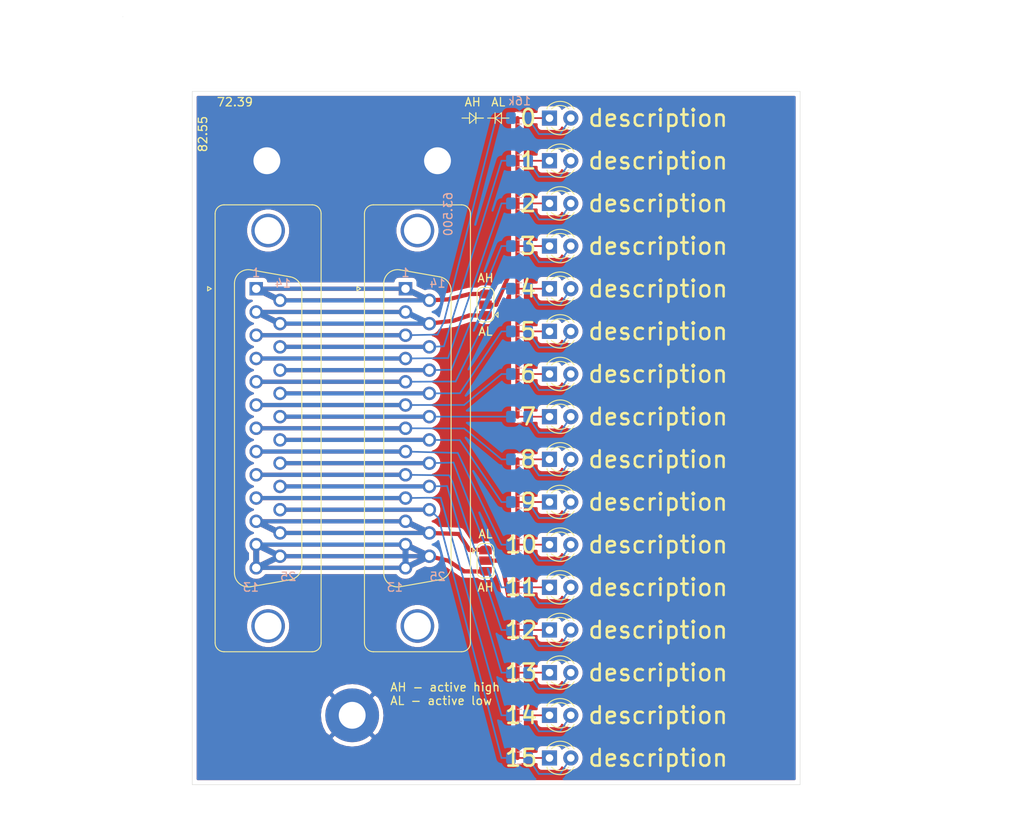
<source format=kicad_pcb>
(kicad_pcb (version 20171130) (host pcbnew 5.1.5+dfsg1-2build2)
  (layers (0 F.Cu signal) (31 B.Cu signal) (34 B.Paste user) (35 F.Paste user) (36 B.SilkS user) (37 F.SilkS user) (38 B.Mask user) (39 F.Mask user) (44 Edge.Cuts user))
  (net 0 "")
  (net 1 "Net-(D1-Pad2)")
  (net 2 GND)
  (net 3 "Net-(D2-Pad2)")
  (net 4 "Net-(D3-Pad2)")
  (net 5 "Net-(D4-Pad2)")
  (net 6 "Net-(D5-Pad2)")
  (net 7 "Net-(D6-Pad2)")
  (net 8 "Net-(D7-Pad2)")
  (net 9 "Net-(D8-Pad2)")
  (net 10 "Net-(D9-Pad2)")
  (net 11 "Net-(D10-Pad2)")
  (net 12 "Net-(D11-Pad2)")
  (net 13 "Net-(D12-Pad2)")
  (net 14 "Net-(D13-Pad2)")
  (net 15 "Net-(D14-Pad2)")
  (net 16 "Net-(D15-Pad2)")
  (net 17 "Net-(D16-Pad2)")
  (net 18 L14)
  (net 19 L12)
  (net 20 L10)
  (net 21 L8)
  (net 22 L6)
  (net 23 L4)
  (net 24 L2)
  (net 25 L15)
  (net 26 L13)
  (net 27 L11)
  (net 28 L9)
  (net 29 L7)
  (net 30 L5)
  (net 31 L3)
  (net 32 L1)
  (net 33 VP0_7)
  (net 34 "Net-(D1-Pad1)")
  (net 35 VP8_15)
  (net 36 "Net-(D10-Pad1)")
  (net 37 VM8_15)
  (net 38 VM0_7)
  (net 39 L0)
  (module Resistor_SMD:R_0805_2012Metric_Pad1.15x1.40mm_HandSolder (layer B.Cu) (at 99.94 40.005 180)
    (fp_text reference R2 hide)
    (fp_text value 16k hide)
    (pad 2 smd roundrect (at 1.025 0 180) (size 1.15 1.4) (layers B.Cu B.Paste B.Mask) (roundrect_rratio 0.217391) (net 32 L1))
    (pad 1 smd roundrect (at -1.025 0 180) (size 1.15 1.4) (layers B.Cu B.Paste B.Mask) (roundrect_rratio 0.217391) (net 3 "Net-(D2-Pad2)"))
  )
  (module MountingHole:MountingHole_3.2mm_M3_Pad (layer F.Cu) (at 80.01 106.045)
    (fp_text reference H3 hide)
    (fp_text value MountingHole_Pad hide)
    (pad 1 thru_hole circle (at 0 0) (size 6.4 6.4) (drill 3.2) (layers *.Cu *.Mask) (net 2 GND))
  )
  (module Jumper:SolderJumper-3_P1.3mm_Open_RoundedPad1.0x1.5mm (layer F.Cu) (at 95.885 87.63 270)
    (fp_text reference JP2 hide)
    (fp_text value Jumper_3_Open hide)
    (pad 2 smd rect (at 0 0 270) (size 1 1.5) (layers F.Cu F.Mask) (net 36 "Net-(D10-Pad1)"))
    (pad 3 smd custom (at 1.3 0 270) (size 1 0.5) (layers F.Cu F.Mask) (net 37 VM8_15) (options (clearance outline) (anchor rect)) (primitives (gr_circle (center 0 0.25) (end 0.5 0.25) (width 0)) (gr_circle (center 0 -0.25) (end 0.5 -0.25) (width 0)) (gr_poly (pts (xy -0.55 -0.75) (xy 0 -0.75) (xy 0 0.75) (xy -0.55 0.75)) (width 0))))
    (pad 1 smd custom (at -1.3 0 270) (size 1 0.5) (layers F.Cu F.Mask) (net 35 VP8_15) (options (clearance outline) (anchor rect)) (primitives (gr_circle (center 0 0.25) (end 0.5 0.25) (width 0)) (gr_circle (center 0 -0.25) (end 0.5 -0.25) (width 0)) (gr_poly (pts (xy 0.55 -0.75) (xy 0 -0.75) (xy 0 0.75) (xy 0.55 0.75)) (width 0))))
  )
  (module Jumper:SolderJumper-3_P1.3mm_Open_RoundedPad1.0x1.5mm (layer F.Cu) (at 95.885 57.15 90)
    (fp_text reference JP1 hide)
    (fp_text value Jumper_3_Open hide)
    (pad 2 smd rect (at 0 0 90) (size 1 1.5) (layers F.Cu F.Mask) (net 34 "Net-(D1-Pad1)"))
    (pad 3 smd custom (at 1.3 0 90) (size 1 0.5) (layers F.Cu F.Mask) (net 38 VM0_7) (options (clearance outline) (anchor rect)) (primitives (gr_circle (center 0 0.25) (end 0.5 0.25) (width 0)) (gr_circle (center 0 -0.25) (end 0.5 -0.25) (width 0)) (gr_poly (pts (xy -0.55 -0.75) (xy 0 -0.75) (xy 0 0.75) (xy -0.55 0.75)) (width 0))))
    (pad 1 smd custom (at -1.3 0 90) (size 1 0.5) (layers F.Cu F.Mask) (net 33 VP0_7) (options (clearance outline) (anchor rect)) (primitives (gr_circle (center 0 0.25) (end 0.5 0.25) (width 0)) (gr_circle (center 0 -0.25) (end 0.5 -0.25) (width 0)) (gr_poly (pts (xy 0.55 -0.75) (xy 0 -0.75) (xy 0 0.75) (xy 0.55 0.75)) (width 0))))
  )
  (module MountingHole:MountingHole_3.2mm_M3_Pad (layer F.Cu) (at 69.85 40.005)
    (fp_text reference H2 hide)
    (fp_text value MountingHole_Pad hide)
    (pad 1 thru_hole circle (at 0 0) (size 6.4 6.4) (drill 3.2) (layers *.Cu *.Mask) (net 2 GND))
  )
  (module MountingHole:MountingHole_3.2mm_M3_Pad (layer F.Cu) (at 90.17 40.005)
    (fp_text reference H1 hide)
    (fp_text value MountingHole_Pad hide)
    (pad 1 thru_hole circle (at 0 0) (size 6.4 6.4) (drill 3.2) (layers *.Cu *.Mask) (net 2 GND))
  )
  (module Resistor_SMD:R_0805_2012Metric_Pad1.15x1.40mm_HandSolder (layer B.Cu) (at 99.94 90.805 180)
    (fp_text reference R12 hide)
    (fp_text value 16k hide)
    (pad 2 smd roundrect (at 1.025 0 180) (size 1.15 1.4) (layers B.Cu B.Paste B.Mask) (roundrect_rratio 0.217391) (net 27 L11))
    (pad 1 smd roundrect (at -1.025 0 180) (size 1.15 1.4) (layers B.Cu B.Paste B.Mask) (roundrect_rratio 0.217391) (net 13 "Net-(D12-Pad2)"))
  )
  (module Resistor_SMD:R_0805_2012Metric_Pad1.15x1.40mm_HandSolder (layer B.Cu) (at 99.94 100.965 180)
    (fp_text reference R14 hide)
    (fp_text value 16k hide)
    (pad 2 smd roundrect (at 1.025 0 180) (size 1.15 1.4) (layers B.Cu B.Paste B.Mask) (roundrect_rratio 0.217391) (net 26 L13))
    (pad 1 smd roundrect (at -1.025 0 180) (size 1.15 1.4) (layers B.Cu B.Paste B.Mask) (roundrect_rratio 0.217391) (net 15 "Net-(D14-Pad2)"))
  )
  (module LED_THT:LED_D3.0mm (layer F.Cu) (at 103.505 70.485)
    (fp_text reference D8 hide)
    (fp_text value 7 (at -2.54 0) (layer F.SilkS) (effects (font (size 2 2) (thickness 0.3))))
    (fp_text user description (at 4.445 0 180) (layer F.SilkS) (effects (font (size 2 2) (thickness 0.3)) (justify left)))
    (pad 2 thru_hole circle (at 2.54 0) (size 1.8 1.8) (drill 0.9) (layers *.Cu *.Mask) (net 9 "Net-(D8-Pad2)"))
    (pad 1 thru_hole rect (at 0 0) (size 1.8 1.8) (drill 0.9) (layers *.Cu *.Mask) (net 34 "Net-(D1-Pad1)"))
  )
  (module LED_THT:LED_D3.0mm (layer F.Cu) (at 103.505 60.325)
    (fp_text reference D6 hide)
    (fp_text value 5 (at -2.54 0) (layer F.SilkS) (effects (font (size 2 2) (thickness 0.3))))
    (fp_text user description (at 4.445 0 180) (layer F.SilkS) (effects (font (size 2 2) (thickness 0.3)) (justify left)))
    (pad 2 thru_hole circle (at 2.54 0) (size 1.8 1.8) (drill 0.9) (layers *.Cu *.Mask) (net 7 "Net-(D6-Pad2)"))
    (pad 1 thru_hole rect (at 0 0) (size 1.8 1.8) (drill 0.9) (layers *.Cu *.Mask) (net 34 "Net-(D1-Pad1)"))
  )
  (module LED_THT:LED_D3.0mm (layer F.Cu) (at 103.505 80.645)
    (fp_text reference D10 hide)
    (fp_text value 9 (at -2.54 0) (layer F.SilkS) (effects (font (size 2 2) (thickness 0.3))))
    (fp_text user description (at 4.445 0 180) (layer F.SilkS) (effects (font (size 2 2) (thickness 0.3)) (justify left)))
    (pad 2 thru_hole circle (at 2.54 0) (size 1.8 1.8) (drill 0.9) (layers *.Cu *.Mask) (net 11 "Net-(D10-Pad2)"))
    (pad 1 thru_hole rect (at 0 0) (size 1.8 1.8) (drill 0.9) (layers *.Cu *.Mask) (net 36 "Net-(D10-Pad1)"))
  )
  (module LED_THT:LED_D3.0mm (layer F.Cu) (at 103.505 111.125)
    (fp_text reference D16 hide)
    (fp_text value 15 (at -1.27 0) (layer F.SilkS) (effects (font (size 2 2) (thickness 0.3)) (justify right)))
    (fp_text user description (at 4.445 0 180) (layer F.SilkS) (effects (font (size 2 2) (thickness 0.3)) (justify left)))
    (pad 2 thru_hole circle (at 2.54 0) (size 1.8 1.8) (drill 0.9) (layers *.Cu *.Mask) (net 17 "Net-(D16-Pad2)"))
    (pad 1 thru_hole rect (at 0 0) (size 1.8 1.8) (drill 0.9) (layers *.Cu *.Mask) (net 36 "Net-(D10-Pad1)"))
  )
  (module LED_THT:LED_D3.0mm (layer F.Cu) (at 103.505 40.005)
    (fp_text reference D2 hide)
    (fp_text value 1 (at -2.54 0) (layer F.SilkS) (effects (font (size 2 2) (thickness 0.3))))
    (fp_text user description (at 4.445 0 180) (layer F.SilkS) (effects (font (size 2 2) (thickness 0.3)) (justify left)))
    (pad 2 thru_hole circle (at 2.54 0) (size 1.8 1.8) (drill 0.9) (layers *.Cu *.Mask) (net 3 "Net-(D2-Pad2)"))
    (pad 1 thru_hole rect (at 0 0) (size 1.8 1.8) (drill 0.9) (layers *.Cu *.Mask) (net 34 "Net-(D1-Pad1)"))
  )
  (module LED_THT:LED_D3.0mm (layer F.Cu) (at 103.505 90.805)
    (fp_text reference D12 hide)
    (fp_text value 11 (at -1.27 0) (layer F.SilkS) (effects (font (size 2 2) (thickness 0.3)) (justify right)))
    (fp_text user description (at 4.445 0 180) (layer F.SilkS) (effects (font (size 2 2) (thickness 0.3)) (justify left)))
    (pad 2 thru_hole circle (at 2.54 0) (size 1.8 1.8) (drill 0.9) (layers *.Cu *.Mask) (net 13 "Net-(D12-Pad2)"))
    (pad 1 thru_hole rect (at 0 0) (size 1.8 1.8) (drill 0.9) (layers *.Cu *.Mask) (net 36 "Net-(D10-Pad1)"))
  )
  (module Resistor_SMD:R_0805_2012Metric_Pad1.15x1.40mm_HandSolder (layer B.Cu) (at 99.94 60.325 180)
    (fp_text reference R6 hide)
    (fp_text value 16k hide)
    (pad 2 smd roundrect (at 1.025 0 180) (size 1.15 1.4) (layers B.Cu B.Paste B.Mask) (roundrect_rratio 0.217391) (net 30 L5))
    (pad 1 smd roundrect (at -1.025 0 180) (size 1.15 1.4) (layers B.Cu B.Paste B.Mask) (roundrect_rratio 0.217391) (net 7 "Net-(D6-Pad2)"))
  )
  (module Resistor_SMD:R_0805_2012Metric_Pad1.15x1.40mm_HandSolder (layer B.Cu) (at 99.94 50.165 180)
    (fp_text reference R4 hide)
    (fp_text value 16k hide)
    (pad 2 smd roundrect (at 1.025 0 180) (size 1.15 1.4) (layers B.Cu B.Paste B.Mask) (roundrect_rratio 0.217391) (net 31 L3))
    (pad 1 smd roundrect (at -1.025 0 180) (size 1.15 1.4) (layers B.Cu B.Paste B.Mask) (roundrect_rratio 0.217391) (net 5 "Net-(D4-Pad2)"))
  )
  (module Resistor_SMD:R_0805_2012Metric_Pad1.15x1.40mm_HandSolder (layer B.Cu) (at 99.94 111.125 180)
    (fp_text reference R16 hide)
    (fp_text value 16k hide)
    (pad 2 smd roundrect (at 1.025 0 180) (size 1.15 1.4) (layers B.Cu B.Paste B.Mask) (roundrect_rratio 0.217391) (net 25 L15))
    (pad 1 smd roundrect (at -1.025 0 180) (size 1.15 1.4) (layers B.Cu B.Paste B.Mask) (roundrect_rratio 0.217391) (net 17 "Net-(D16-Pad2)"))
  )
  (module Resistor_SMD:R_0805_2012Metric_Pad1.15x1.40mm_HandSolder (layer B.Cu) (at 99.94 80.645 180)
    (fp_text reference R10 hide)
    (fp_text value 16k hide)
    (pad 2 smd roundrect (at 1.025 0 180) (size 1.15 1.4) (layers B.Cu B.Paste B.Mask) (roundrect_rratio 0.217391) (net 28 L9))
    (pad 1 smd roundrect (at -1.025 0 180) (size 1.15 1.4) (layers B.Cu B.Paste B.Mask) (roundrect_rratio 0.217391) (net 11 "Net-(D10-Pad2)"))
  )
  (module Resistor_SMD:R_0805_2012Metric_Pad1.15x1.40mm_HandSolder (layer B.Cu) (at 99.94 70.485 180)
    (fp_text reference R8 hide)
    (fp_text value 16k hide)
    (pad 2 smd roundrect (at 1.025 0 180) (size 1.15 1.4) (layers B.Cu B.Paste B.Mask) (roundrect_rratio 0.217391) (net 29 L7))
    (pad 1 smd roundrect (at -1.025 0 180) (size 1.15 1.4) (layers B.Cu B.Paste B.Mask) (roundrect_rratio 0.217391) (net 9 "Net-(D8-Pad2)"))
  )
  (module LED_THT:LED_D3.0mm (layer F.Cu) (at 103.505 100.965)
    (fp_text reference D14 hide)
    (fp_text value 13 (at -1.27 0) (layer F.SilkS) (effects (font (size 2 2) (thickness 0.3)) (justify right)))
    (fp_text user description (at 4.445 0 180) (layer F.SilkS) (effects (font (size 2 2) (thickness 0.3)) (justify left)))
    (pad 2 thru_hole circle (at 2.54 0) (size 1.8 1.8) (drill 0.9) (layers *.Cu *.Mask) (net 15 "Net-(D14-Pad2)"))
    (pad 1 thru_hole rect (at 0 0) (size 1.8 1.8) (drill 0.9) (layers *.Cu *.Mask) (net 36 "Net-(D10-Pad1)"))
  )
  (module LED_THT:LED_D3.0mm (layer F.Cu) (at 103.505 50.165)
    (fp_text reference D4 hide)
    (fp_text value 3 (at -2.54 0) (layer F.SilkS) (effects (font (size 2 2) (thickness 0.3))))
    (fp_text user description (at 4.445 0 180) (layer F.SilkS) (effects (font (size 2 2) (thickness 0.3)) (justify left)))
    (pad 2 thru_hole circle (at 2.54 0) (size 1.8 1.8) (drill 0.9) (layers *.Cu *.Mask) (net 5 "Net-(D4-Pad2)"))
    (pad 1 thru_hole rect (at 0 0) (size 1.8 1.8) (drill 0.9) (layers *.Cu *.Mask) (net 34 "Net-(D1-Pad1)"))
  )
  (module Connector_Dsub:DSUB-25_Female_Vertical_P2.77x2.84mm_MountingHoles (layer F.Cu) (at 86.36 55.245 90)
    (fp_text reference J2 hide)
    (fp_text value DB25_Female hide)
    (pad 0 thru_hole circle (at 6.93 1.42 90) (size 4 4) (drill 3.2) (layers *.Cu *.Mask))
    (pad 0 thru_hole circle (at -40.17 1.42 90) (size 4 4) (drill 3.2) (layers *.Cu *.Mask))
    (pad 25 thru_hole circle (at -31.855 2.84 90) (size 1.6 1.6) (drill 1) (layers *.Cu *.Mask) (net 37 VM8_15))
    (pad 24 thru_hole circle (at -29.085 2.84 90) (size 1.6 1.6) (drill 1) (layers *.Cu *.Mask) (net 35 VP8_15))
    (pad 23 thru_hole circle (at -26.315 2.84 90) (size 1.6 1.6) (drill 1) (layers *.Cu *.Mask) (net 25 L15))
    (pad 22 thru_hole circle (at -23.545 2.84 90) (size 1.6 1.6) (drill 1) (layers *.Cu *.Mask) (net 26 L13))
    (pad 21 thru_hole circle (at -20.775 2.84 90) (size 1.6 1.6) (drill 1) (layers *.Cu *.Mask) (net 27 L11))
    (pad 20 thru_hole circle (at -18.005 2.84 90) (size 1.6 1.6) (drill 1) (layers *.Cu *.Mask) (net 28 L9))
    (pad 19 thru_hole circle (at -15.235 2.84 90) (size 1.6 1.6) (drill 1) (layers *.Cu *.Mask) (net 29 L7))
    (pad 18 thru_hole circle (at -12.465 2.84 90) (size 1.6 1.6) (drill 1) (layers *.Cu *.Mask) (net 30 L5))
    (pad 17 thru_hole circle (at -9.695 2.84 90) (size 1.6 1.6) (drill 1) (layers *.Cu *.Mask) (net 31 L3))
    (pad 16 thru_hole circle (at -6.925 2.84 90) (size 1.6 1.6) (drill 1) (layers *.Cu *.Mask) (net 32 L1))
    (pad 15 thru_hole circle (at -4.155 2.84 90) (size 1.6 1.6) (drill 1) (layers *.Cu *.Mask) (net 33 VP0_7))
    (pad 14 thru_hole circle (at -1.385 2.84 90) (size 1.6 1.6) (drill 1) (layers *.Cu *.Mask) (net 38 VM0_7))
    (pad 13 thru_hole circle (at -33.24 0 90) (size 1.6 1.6) (drill 1) (layers *.Cu *.Mask) (net 37 VM8_15))
    (pad 12 thru_hole circle (at -30.47 0 90) (size 1.6 1.6) (drill 1) (layers *.Cu *.Mask) (net 37 VM8_15))
    (pad 11 thru_hole circle (at -27.7 0 90) (size 1.6 1.6) (drill 1) (layers *.Cu *.Mask) (net 35 VP8_15))
    (pad 10 thru_hole circle (at -24.93 0 90) (size 1.6 1.6) (drill 1) (layers *.Cu *.Mask) (net 18 L14))
    (pad 9 thru_hole circle (at -22.16 0 90) (size 1.6 1.6) (drill 1) (layers *.Cu *.Mask) (net 19 L12))
    (pad 8 thru_hole circle (at -19.39 0 90) (size 1.6 1.6) (drill 1) (layers *.Cu *.Mask) (net 20 L10))
    (pad 7 thru_hole circle (at -16.62 0 90) (size 1.6 1.6) (drill 1) (layers *.Cu *.Mask) (net 21 L8))
    (pad 6 thru_hole circle (at -13.85 0 90) (size 1.6 1.6) (drill 1) (layers *.Cu *.Mask) (net 22 L6))
    (pad 5 thru_hole circle (at -11.08 0 90) (size 1.6 1.6) (drill 1) (layers *.Cu *.Mask) (net 23 L4))
    (pad 4 thru_hole circle (at -8.31 0 90) (size 1.6 1.6) (drill 1) (layers *.Cu *.Mask) (net 24 L2))
    (pad 3 thru_hole circle (at -5.54 0 90) (size 1.6 1.6) (drill 1) (layers *.Cu *.Mask) (net 39 L0))
    (pad 2 thru_hole circle (at -2.77 0 90) (size 1.6 1.6) (drill 1) (layers *.Cu *.Mask) (net 33 VP0_7))
    (pad 1 thru_hole rect (at 0 0 90) (size 1.6 1.6) (drill 1) (layers *.Cu *.Mask) (net 38 VM0_7))
  )
  (module Resistor_SMD:R_0805_2012Metric_Pad1.15x1.40mm_HandSolder (layer B.Cu) (at 99.94 106.045 180)
    (fp_text reference R15 hide)
    (fp_text value 16k hide)
    (pad 2 smd roundrect (at 1.025 0 180) (size 1.15 1.4) (layers B.Cu B.Paste B.Mask) (roundrect_rratio 0.217391) (net 18 L14))
    (pad 1 smd roundrect (at -1.025 0 180) (size 1.15 1.4) (layers B.Cu B.Paste B.Mask) (roundrect_rratio 0.217391) (net 16 "Net-(D15-Pad2)"))
  )
  (module Resistor_SMD:R_0805_2012Metric_Pad1.15x1.40mm_HandSolder (layer B.Cu) (at 99.94 95.885 180)
    (fp_text reference R13 hide)
    (fp_text value 16k hide)
    (pad 2 smd roundrect (at 1.025 0 180) (size 1.15 1.4) (layers B.Cu B.Paste B.Mask) (roundrect_rratio 0.217391) (net 19 L12))
    (pad 1 smd roundrect (at -1.025 0 180) (size 1.15 1.4) (layers B.Cu B.Paste B.Mask) (roundrect_rratio 0.217391) (net 14 "Net-(D13-Pad2)"))
  )
  (module Resistor_SMD:R_0805_2012Metric_Pad1.15x1.40mm_HandSolder (layer B.Cu) (at 99.94 85.725 180)
    (fp_text reference R11 hide)
    (fp_text value 16k hide)
    (pad 2 smd roundrect (at 1.025 0 180) (size 1.15 1.4) (layers B.Cu B.Paste B.Mask) (roundrect_rratio 0.217391) (net 20 L10))
    (pad 1 smd roundrect (at -1.025 0 180) (size 1.15 1.4) (layers B.Cu B.Paste B.Mask) (roundrect_rratio 0.217391) (net 12 "Net-(D11-Pad2)"))
  )
  (module Resistor_SMD:R_0805_2012Metric_Pad1.15x1.40mm_HandSolder (layer B.Cu) (at 99.94 75.565 180)
    (fp_text reference R9 hide)
    (fp_text value 16k hide)
    (pad 2 smd roundrect (at 1.025 0 180) (size 1.15 1.4) (layers B.Cu B.Paste B.Mask) (roundrect_rratio 0.217391) (net 21 L8))
    (pad 1 smd roundrect (at -1.025 0 180) (size 1.15 1.4) (layers B.Cu B.Paste B.Mask) (roundrect_rratio 0.217391) (net 10 "Net-(D9-Pad2)"))
  )
  (module Resistor_SMD:R_0805_2012Metric_Pad1.15x1.40mm_HandSolder (layer B.Cu) (at 99.94 65.405 180)
    (fp_text reference R7 hide)
    (fp_text value 16k hide)
    (pad 2 smd roundrect (at 1.025 0 180) (size 1.15 1.4) (layers B.Cu B.Paste B.Mask) (roundrect_rratio 0.217391) (net 22 L6))
    (pad 1 smd roundrect (at -1.025 0 180) (size 1.15 1.4) (layers B.Cu B.Paste B.Mask) (roundrect_rratio 0.217391) (net 8 "Net-(D7-Pad2)"))
  )
  (module Resistor_SMD:R_0805_2012Metric_Pad1.15x1.40mm_HandSolder (layer B.Cu) (at 99.94 55.245 180)
    (fp_text reference R5 hide)
    (fp_text value 16k hide)
    (pad 2 smd roundrect (at 1.025 0 180) (size 1.15 1.4) (layers B.Cu B.Paste B.Mask) (roundrect_rratio 0.217391) (net 23 L4))
    (pad 1 smd roundrect (at -1.025 0 180) (size 1.15 1.4) (layers B.Cu B.Paste B.Mask) (roundrect_rratio 0.217391) (net 6 "Net-(D5-Pad2)"))
  )
  (module Resistor_SMD:R_0805_2012Metric_Pad1.15x1.40mm_HandSolder (layer B.Cu) (at 99.94 45.085 180)
    (fp_text reference R3 hide)
    (fp_text value 16k hide)
    (pad 2 smd roundrect (at 1.025 0 180) (size 1.15 1.4) (layers B.Cu B.Paste B.Mask) (roundrect_rratio 0.217391) (net 24 L2))
    (pad 1 smd roundrect (at -1.025 0 180) (size 1.15 1.4) (layers B.Cu B.Paste B.Mask) (roundrect_rratio 0.217391) (net 4 "Net-(D3-Pad2)"))
  )
  (module Resistor_SMD:R_0805_2012Metric_Pad1.15x1.40mm_HandSolder (layer B.Cu) (at 99.94 34.925 180)
    (fp_text reference R1 hide)
    (fp_text value 16k (at 0 2.032) (layer B.SilkS) (effects (justify mirror)))
    (pad 2 smd roundrect (at 1.025 0 180) (size 1.15 1.4) (layers B.Cu B.Paste B.Mask) (roundrect_rratio 0.217391) (net 39 L0))
    (pad 1 smd roundrect (at -1.025 0 180) (size 1.15 1.4) (layers B.Cu B.Paste B.Mask) (roundrect_rratio 0.217391) (net 1 "Net-(D1-Pad2)"))
  )
  (module Connector_Dsub:DSUB-25_Female_Vertical_P2.77x2.84mm_MountingHoles (layer F.Cu) (at 68.58 55.245 90)
    (fp_text reference J1 hide)
    (fp_text value DB25_Female hide)
    (pad 0 thru_hole circle (at 6.93 1.42 90) (size 4 4) (drill 3.2) (layers *.Cu *.Mask))
    (pad 0 thru_hole circle (at -40.17 1.42 90) (size 4 4) (drill 3.2) (layers *.Cu *.Mask))
    (pad 25 thru_hole circle (at -31.855 2.84 90) (size 1.6 1.6) (drill 1) (layers *.Cu *.Mask) (net 37 VM8_15))
    (pad 24 thru_hole circle (at -29.085 2.84 90) (size 1.6 1.6) (drill 1) (layers *.Cu *.Mask) (net 35 VP8_15))
    (pad 23 thru_hole circle (at -26.315 2.84 90) (size 1.6 1.6) (drill 1) (layers *.Cu *.Mask) (net 25 L15))
    (pad 22 thru_hole circle (at -23.545 2.84 90) (size 1.6 1.6) (drill 1) (layers *.Cu *.Mask) (net 26 L13))
    (pad 21 thru_hole circle (at -20.775 2.84 90) (size 1.6 1.6) (drill 1) (layers *.Cu *.Mask) (net 27 L11))
    (pad 20 thru_hole circle (at -18.005 2.84 90) (size 1.6 1.6) (drill 1) (layers *.Cu *.Mask) (net 28 L9))
    (pad 19 thru_hole circle (at -15.235 2.84 90) (size 1.6 1.6) (drill 1) (layers *.Cu *.Mask) (net 29 L7))
    (pad 18 thru_hole circle (at -12.465 2.84 90) (size 1.6 1.6) (drill 1) (layers *.Cu *.Mask) (net 30 L5))
    (pad 17 thru_hole circle (at -9.695 2.84 90) (size 1.6 1.6) (drill 1) (layers *.Cu *.Mask) (net 31 L3))
    (pad 16 thru_hole circle (at -6.925 2.84 90) (size 1.6 1.6) (drill 1) (layers *.Cu *.Mask) (net 32 L1))
    (pad 15 thru_hole circle (at -4.155 2.84 90) (size 1.6 1.6) (drill 1) (layers *.Cu *.Mask) (net 33 VP0_7))
    (pad 14 thru_hole circle (at -1.385 2.84 90) (size 1.6 1.6) (drill 1) (layers *.Cu *.Mask) (net 38 VM0_7))
    (pad 13 thru_hole circle (at -33.24 0 90) (size 1.6 1.6) (drill 1) (layers *.Cu *.Mask) (net 37 VM8_15))
    (pad 12 thru_hole circle (at -30.47 0 90) (size 1.6 1.6) (drill 1) (layers *.Cu *.Mask) (net 37 VM8_15))
    (pad 11 thru_hole circle (at -27.7 0 90) (size 1.6 1.6) (drill 1) (layers *.Cu *.Mask) (net 35 VP8_15))
    (pad 10 thru_hole circle (at -24.93 0 90) (size 1.6 1.6) (drill 1) (layers *.Cu *.Mask) (net 18 L14))
    (pad 9 thru_hole circle (at -22.16 0 90) (size 1.6 1.6) (drill 1) (layers *.Cu *.Mask) (net 19 L12))
    (pad 8 thru_hole circle (at -19.39 0 90) (size 1.6 1.6) (drill 1) (layers *.Cu *.Mask) (net 20 L10))
    (pad 7 thru_hole circle (at -16.62 0 90) (size 1.6 1.6) (drill 1) (layers *.Cu *.Mask) (net 21 L8))
    (pad 6 thru_hole circle (at -13.85 0 90) (size 1.6 1.6) (drill 1) (layers *.Cu *.Mask) (net 22 L6))
    (pad 5 thru_hole circle (at -11.08 0 90) (size 1.6 1.6) (drill 1) (layers *.Cu *.Mask) (net 23 L4))
    (pad 4 thru_hole circle (at -8.31 0 90) (size 1.6 1.6) (drill 1) (layers *.Cu *.Mask) (net 24 L2))
    (pad 3 thru_hole circle (at -5.54 0 90) (size 1.6 1.6) (drill 1) (layers *.Cu *.Mask) (net 39 L0))
    (pad 2 thru_hole circle (at -2.77 0 90) (size 1.6 1.6) (drill 1) (layers *.Cu *.Mask) (net 33 VP0_7))
    (pad 1 thru_hole rect (at 0 0 90) (size 1.6 1.6) (drill 1) (layers *.Cu *.Mask) (net 38 VM0_7))
  )
  (module LED_THT:LED_D3.0mm (layer F.Cu) (at 103.505 106.045)
    (fp_text reference D15 hide)
    (fp_text value 14 (at -1.27 0) (layer F.SilkS) (effects (font (size 2 2) (thickness 0.3)) (justify right)))
    (fp_text user description (at 4.445 0 180) (layer F.SilkS) (effects (font (size 2 2) (thickness 0.3)) (justify left)))
    (pad 2 thru_hole circle (at 2.54 0) (size 1.8 1.8) (drill 0.9) (layers *.Cu *.Mask) (net 16 "Net-(D15-Pad2)"))
    (pad 1 thru_hole rect (at 0 0) (size 1.8 1.8) (drill 0.9) (layers *.Cu *.Mask) (net 36 "Net-(D10-Pad1)"))
  )
  (module LED_THT:LED_D3.0mm (layer F.Cu) (at 103.505 95.885)
    (fp_text reference D13 hide)
    (fp_text value 12 (at -1.27 0) (layer F.SilkS) (effects (font (size 2 2) (thickness 0.3)) (justify right)))
    (fp_text user description (at 4.445 0 180) (layer F.SilkS) (effects (font (size 2 2) (thickness 0.3)) (justify left)))
    (pad 2 thru_hole circle (at 2.54 0) (size 1.8 1.8) (drill 0.9) (layers *.Cu *.Mask) (net 14 "Net-(D13-Pad2)"))
    (pad 1 thru_hole rect (at 0 0) (size 1.8 1.8) (drill 0.9) (layers *.Cu *.Mask) (net 36 "Net-(D10-Pad1)"))
  )
  (module LED_THT:LED_D3.0mm (layer F.Cu) (at 103.505 85.725)
    (fp_text reference D11 hide)
    (fp_text value 10 (at -1.27 0) (layer F.SilkS) (effects (font (size 2 2) (thickness 0.3)) (justify right)))
    (fp_text user description (at 4.445 0 180) (layer F.SilkS) (effects (font (size 2 2) (thickness 0.3)) (justify left)))
    (pad 2 thru_hole circle (at 2.54 0) (size 1.8 1.8) (drill 0.9) (layers *.Cu *.Mask) (net 12 "Net-(D11-Pad2)"))
    (pad 1 thru_hole rect (at 0 0) (size 1.8 1.8) (drill 0.9) (layers *.Cu *.Mask) (net 36 "Net-(D10-Pad1)"))
  )
  (module LED_THT:LED_D3.0mm (layer F.Cu) (at 103.505 75.565)
    (fp_text reference D9 hide)
    (fp_text value 8 (at -2.54 0) (layer F.SilkS) (effects (font (size 2 2) (thickness 0.3))))
    (fp_text user description (at 4.445 0 180) (layer F.SilkS) (effects (font (size 2 2) (thickness 0.3)) (justify left)))
    (pad 2 thru_hole circle (at 2.54 0) (size 1.8 1.8) (drill 0.9) (layers *.Cu *.Mask) (net 10 "Net-(D9-Pad2)"))
    (pad 1 thru_hole rect (at 0 0) (size 1.8 1.8) (drill 0.9) (layers *.Cu *.Mask) (net 36 "Net-(D10-Pad1)"))
  )
  (module LED_THT:LED_D3.0mm (layer F.Cu) (at 103.505 65.405)
    (fp_text reference D7 hide)
    (fp_text value 6 (at -2.54 0) (layer F.SilkS) (effects (font (size 2 2) (thickness 0.3))))
    (fp_text user description (at 4.445 0 180) (layer F.SilkS) (effects (font (size 2 2) (thickness 0.3)) (justify left)))
    (pad 2 thru_hole circle (at 2.54 0) (size 1.8 1.8) (drill 0.9) (layers *.Cu *.Mask) (net 8 "Net-(D7-Pad2)"))
    (pad 1 thru_hole rect (at 0 0) (size 1.8 1.8) (drill 0.9) (layers *.Cu *.Mask) (net 34 "Net-(D1-Pad1)"))
  )
  (module LED_THT:LED_D3.0mm (layer F.Cu) (at 103.505 55.245)
    (fp_text reference D5 hide)
    (fp_text value 4 (at -2.54 0) (layer F.SilkS) (effects (font (size 2 2) (thickness 0.3))))
    (fp_text user description (at 4.445 0 180) (layer F.SilkS) (effects (font (size 2 2) (thickness 0.3)) (justify left)))
    (pad 2 thru_hole circle (at 2.54 0) (size 1.8 1.8) (drill 0.9) (layers *.Cu *.Mask) (net 6 "Net-(D5-Pad2)"))
    (pad 1 thru_hole rect (at 0 0) (size 1.8 1.8) (drill 0.9) (layers *.Cu *.Mask) (net 34 "Net-(D1-Pad1)"))
  )
  (module LED_THT:LED_D3.0mm (layer F.Cu) (at 103.505 45.085)
    (fp_text reference D3 hide)
    (fp_text value 2 (at -2.54 0) (layer F.SilkS) (effects (font (size 2 2) (thickness 0.3))))
    (fp_text user description (at 4.445 0 180) (layer F.SilkS) (effects (font (size 2 2) (thickness 0.3)) (justify left)))
    (pad 2 thru_hole circle (at 2.54 0) (size 1.8 1.8) (drill 0.9) (layers *.Cu *.Mask) (net 4 "Net-(D3-Pad2)"))
    (pad 1 thru_hole rect (at 0 0) (size 1.8 1.8) (drill 0.9) (layers *.Cu *.Mask) (net 34 "Net-(D1-Pad1)"))
  )
  (module LED_THT:LED_D3.0mm (layer F.Cu) (at 103.505 34.925)
    (fp_text reference D1 hide)
    (fp_text value 0 (at -2.54 0) (layer F.SilkS) (effects (font (size 2 2) (thickness 0.3))))
    (fp_text user description (at 4.445 0 180) (layer F.SilkS) (effects (font (size 2 2) (thickness 0.3)) (justify left)))
    (pad 2 thru_hole circle (at 2.54 0) (size 1.8 1.8) (drill 0.9) (layers *.Cu *.Mask) (net 1 "Net-(D1-Pad2)"))
    (pad 1 thru_hole rect (at 0 0) (size 1.8 1.8) (drill 0.9) (layers *.Cu *.Mask) (net 34 "Net-(D1-Pad1)"))
  )
  (gr_text 63.500 (at 91.44 46.355 90) (layer B.SilkS) (effects (font (size 1 1)) (justify mirror)))
  (gr_text "AH - active high\nAL - active low" (at 84.455 103.505) (layer F.SilkS) (effects (font (size 1 1)) (justify left)))
  (gr_line (start 98.679 34.925) (end 97.79 34.925) (layer F.SilkS) (width 0.12))
  (gr_line (start 97.028 34.925) (end 96.139 34.925) (layer F.SilkS) (width 0.12))
  (gr_line (start 97.028 34.925) (end 97.79 35.56) (layer F.SilkS) (width 0.12))
  (gr_line (start 97.79 34.29) (end 97.028 34.925) (layer F.SilkS) (width 0.12))
  (gr_line (start 97.028 35.56) (end 97.028 34.925) (layer F.SilkS) (width 0.12))
  (gr_line (start 97.028 34.29) (end 97.028 34.925) (layer F.SilkS) (width 0.12))
  (gr_line (start 97.79 34.29) (end 97.79 35.56) (layer F.SilkS) (width 0.12))
  (gr_text AH (at 94.361 33.02) (layer F.SilkS) (effects (font (size 1 1))))
  (gr_text AL (at 97.409 33.02) (layer F.SilkS) (effects (font (size 1 1))))
  (gr_line (start 93.98 34.925) (end 93.091 34.925) (layer F.SilkS) (width 0.12))
  (gr_line (start 95.631 34.925) (end 94.742 34.925) (layer F.SilkS) (width 0.12))
  (gr_line (start 94.742 34.925) (end 95.631 34.925) (layer F.SilkS) (width 0.12))
  (gr_line (start 94.742 35.56) (end 94.742 34.925) (layer F.SilkS) (width 0.12))
  (gr_line (start 94.742 34.29) (end 94.742 34.925) (layer F.SilkS) (width 0.12))
  (gr_line (start 94.742 34.925) (end 94.742 34.29) (layer F.SilkS) (width 0.12))
  (gr_line (start 94.742 34.925) (end 93.98 34.29) (layer F.SilkS) (width 0.12))
  (gr_line (start 93.98 35.56) (end 94.742 34.925) (layer F.SilkS) (width 0.12))
  (gr_line (start 93.98 34.29) (end 93.98 35.56) (layer F.SilkS) (width 0.12))
  (gr_text AH (at 95.885 90.805) (layer F.SilkS) (effects (font (size 1 1))))
  (gr_text AL (at 95.885 84.455) (layer F.SilkS) (effects (font (size 1 1))))
  (gr_text AL (at 95.885 60.325) (layer F.SilkS) (effects (font (size 1 1))))
  (gr_text AH (at 95.885 53.975) (layer F.SilkS) (effects (font (size 1 1))))
  (gr_text 82.55 (at 62.23 36.83 90) (layer F.SilkS) (effects (font (size 1 1))))
  (gr_text 72.39 (at 66.04 33.02) (layer F.SilkS) (effects (font (size 1 1))))
  (gr_text 1 (at 86.36 53.34) (layer B.SilkS) (effects (font (size 1 1)) (justify mirror)))
  (gr_text 14 (at 90.17 54.61) (layer B.SilkS) (effects (font (size 1 1)) (justify mirror)))
  (gr_text 25 (at 90.17 89.535) (layer B.SilkS) (effects (font (size 1 1)) (justify mirror)))
  (gr_text 13 (at 85.09 90.805) (layer B.SilkS) (effects (font (size 1 1)) (justify mirror)))
  (gr_text 13 (at 67.945 90.805) (layer B.SilkS) (effects (font (size 1 1)) (justify mirror)))
  (gr_text 25 (at 72.39 89.535) (layer B.SilkS) (effects (font (size 1 1)) (justify mirror)))
  (gr_text 14 (at 71.755 54.61) (layer B.SilkS) (effects (font (size 1 1)) (justify mirror)))
  (gr_text 1 (at 68.58 53.34) (layer B.SilkS) (effects (font (size 1 1))))
  (gr_line (start 60.96 114.3) (end 60.96 31.75) (layer Edge.Cuts) (width 0.05))
  (gr_line (start 133.35 114.3) (end 60.96 114.3) (layer Edge.Cuts) (width 0.05))
  (gr_line (start 133.35 31.75) (end 133.35 114.3) (layer Edge.Cuts) (width 0.05))
  (gr_line (start 60.96 31.75) (end 133.35 31.75) (layer Edge.Cuts) (width 0.05))
  (gr_line (start 52.705 22.86) (end 52.705 22.86) (layer Edge.Cuts) (width 0.05))
  (gr_line (start 52.705 22.86) (end 52.705 22.86) (layer Edge.Cuts) (width 0.05))
  (segment (start 100.965 34.925) (end 102.235 36.83) (width 0.2) (layer B.Cu) (net 1))
  (segment (start 102.235 36.83) (end 104.775 36.83) (width 0.2) (layer B.Cu) (net 1))
  (segment (start 104.775 36.83) (end 106.045 34.925) (width 0.2) (layer B.Cu) (net 1))
  (segment (start 100.965 40.005) (end 102.235 41.91) (width 0.2) (layer B.Cu) (net 3))
  (segment (start 102.235 41.91) (end 104.775 41.91) (width 0.2) (layer B.Cu) (net 3))
  (segment (start 104.775 41.91) (end 106.045 40.005) (width 0.2) (layer B.Cu) (net 3))
  (segment (start 100.965 45.085) (end 102.235 46.99) (width 0.2) (layer B.Cu) (net 4))
  (segment (start 102.235 46.99) (end 104.775 46.99) (width 0.2) (layer B.Cu) (net 4))
  (segment (start 104.775 46.99) (end 106.045 45.085) (width 0.2) (layer B.Cu) (net 4))
  (segment (start 104.775 52.07) (end 106.045 50.165) (width 0.2) (layer B.Cu) (net 5))
  (segment (start 102.235 52.07) (end 104.775 52.07) (width 0.2) (layer B.Cu) (net 5))
  (segment (start 100.965 50.165) (end 102.235 52.07) (width 0.2) (layer B.Cu) (net 5))
  (segment (start 100.965 55.245) (end 102.235 57.15) (width 0.2) (layer B.Cu) (net 6))
  (segment (start 102.235 57.15) (end 104.775 57.15) (width 0.2) (layer B.Cu) (net 6))
  (segment (start 104.775 57.15) (end 106.045 55.245) (width 0.2) (layer B.Cu) (net 6))
  (segment (start 100.965 60.325) (end 102.235 62.23) (width 0.2) (layer B.Cu) (net 7))
  (segment (start 102.235 62.23) (end 104.775 62.23) (width 0.2) (layer B.Cu) (net 7))
  (segment (start 104.775 62.23) (end 106.045 60.325) (width 0.2) (layer B.Cu) (net 7))
  (segment (start 100.965 65.405) (end 102.235 67.31) (width 0.2) (layer B.Cu) (net 8))
  (segment (start 102.235 67.31) (end 104.775 67.31) (width 0.2) (layer B.Cu) (net 8))
  (segment (start 104.775 67.31) (end 106.045 65.405) (width 0.2) (layer B.Cu) (net 8))
  (segment (start 100.965 70.485) (end 102.235 72.39) (width 0.2) (layer B.Cu) (net 9))
  (segment (start 102.235 72.39) (end 104.775 72.39) (width 0.2) (layer B.Cu) (net 9))
  (segment (start 104.775 72.39) (end 106.045 70.485) (width 0.2) (layer B.Cu) (net 9))
  (segment (start 100.965 75.565) (end 102.235 77.47) (width 0.2) (layer B.Cu) (net 10))
  (segment (start 102.235 77.47) (end 104.775 77.47) (width 0.2) (layer B.Cu) (net 10))
  (segment (start 104.775 77.47) (end 106.045 75.565) (width 0.2) (layer B.Cu) (net 10))
  (segment (start 100.965 80.645) (end 102.235 82.55) (width 0.2) (layer B.Cu) (net 11))
  (segment (start 102.235 82.55) (end 104.775 82.55) (width 0.2) (layer B.Cu) (net 11))
  (segment (start 104.775 82.55) (end 106.045 80.645) (width 0.2) (layer B.Cu) (net 11))
  (segment (start 100.965 85.725) (end 102.235 87.63) (width 0.2) (layer B.Cu) (net 12))
  (segment (start 102.235 87.63) (end 104.775 87.63) (width 0.2) (layer B.Cu) (net 12))
  (segment (start 104.775 87.63) (end 106.045 85.725) (width 0.2) (layer B.Cu) (net 12))
  (segment (start 100.965 90.805) (end 102.235 92.71) (width 0.2) (layer B.Cu) (net 13))
  (segment (start 102.235 92.71) (end 104.775 92.71) (width 0.2) (layer B.Cu) (net 13))
  (segment (start 104.775 92.71) (end 106.045 90.805) (width 0.2) (layer B.Cu) (net 13))
  (segment (start 100.965 95.885) (end 102.235 97.79) (width 0.2) (layer B.Cu) (net 14))
  (segment (start 102.235 97.79) (end 104.775 97.79) (width 0.2) (layer B.Cu) (net 14))
  (segment (start 104.775 97.79) (end 106.045 95.885) (width 0.2) (layer B.Cu) (net 14))
  (segment (start 100.965 100.965) (end 102.235 102.87) (width 0.2) (layer B.Cu) (net 15))
  (segment (start 102.235 102.87) (end 104.775 102.87) (width 0.2) (layer B.Cu) (net 15))
  (segment (start 104.775 102.87) (end 106.045 100.965) (width 0.2) (layer B.Cu) (net 15))
  (segment (start 100.965 106.045) (end 102.235 107.95) (width 0.2) (layer B.Cu) (net 16))
  (segment (start 102.235 107.95) (end 104.775 107.95) (width 0.2) (layer B.Cu) (net 16))
  (segment (start 104.775 107.95) (end 106.045 106.045) (width 0.2) (layer B.Cu) (net 16))
  (segment (start 100.965 111.125) (end 102.235 113.03) (width 0.2) (layer B.Cu) (net 17))
  (segment (start 102.235 113.03) (end 104.775 113.03) (width 0.2) (layer B.Cu) (net 17))
  (segment (start 104.775 113.03) (end 106.045 111.125) (width 0.2) (layer B.Cu) (net 17))
  (segment (start 86.36 80.175) (end 68.58 80.175) (width 0.5) (layer F.Cu) (net 18))
  (segment (start 86.36 80.175) (end 68.58 80.175) (width 0.5) (layer B.Cu) (net 18))
  (segment (start 97.79 106.045) (end 99.06 106.045) (width 0.2) (layer B.Cu) (net 18))
  (segment (start 90.551 80.137) (end 97.79 106.045) (width 0.2) (layer B.Cu) (net 18))
  (segment (start 88.9 80.137) (end 90.551 80.137) (width 0.2) (layer B.Cu) (net 18))
  (segment (start 86.36 80.175) (end 88.9 80.137) (width 0.2) (layer B.Cu) (net 18))
  (segment (start 86.36 77.405) (end 68.58 77.405) (width 0.5) (layer F.Cu) (net 19))
  (segment (start 86.36 77.405) (end 68.58 77.405) (width 0.5) (layer B.Cu) (net 19))
  (segment (start 97.79 95.885) (end 99.06 95.885) (width 0.2) (layer B.Cu) (net 19))
  (segment (start 91.948 78.232) (end 97.79 95.885) (width 0.2) (layer B.Cu) (net 19))
  (segment (start 91.567 77.47) (end 91.948 78.232) (width 0.2) (layer B.Cu) (net 19))
  (segment (start 86.36 77.405) (end 91.567 77.47) (width 0.2) (layer B.Cu) (net 19))
  (segment (start 68.58 74.635) (end 86.36 74.635) (width 0.5) (layer F.Cu) (net 20))
  (segment (start 86.36 74.635) (end 68.58 74.635) (width 0.5) (layer B.Cu) (net 20))
  (segment (start 97.79 85.725) (end 99.06 85.725) (width 0.2) (layer B.Cu) (net 20))
  (segment (start 92.583 74.803) (end 97.79 85.725) (width 0.2) (layer B.Cu) (net 20))
  (segment (start 86.36 74.635) (end 92.583 74.803) (width 0.2) (layer B.Cu) (net 20))
  (segment (start 68.58 71.865) (end 86.36 71.865) (width 0.5) (layer F.Cu) (net 21))
  (segment (start 86.36 71.865) (end 68.58 71.865) (width 0.5) (layer B.Cu) (net 21))
  (segment (start 97.79 75.565) (end 99.06 75.565) (width 0.2) (layer B.Cu) (net 21))
  (segment (start 93.345 71.882) (end 97.79 75.565) (width 0.2) (layer B.Cu) (net 21))
  (segment (start 86.36 71.865) (end 93.345 71.882) (width 0.2) (layer B.Cu) (net 21))
  (segment (start 68.58 69.095) (end 86.36 69.095) (width 0.5) (layer F.Cu) (net 22))
  (segment (start 86.36 69.095) (end 68.58 69.095) (width 0.5) (layer B.Cu) (net 22))
  (segment (start 97.79 65.405) (end 99.06 65.405) (width 0.2) (layer B.Cu) (net 22))
  (segment (start 93.345 69.088) (end 97.79 65.405) (width 0.2) (layer B.Cu) (net 22))
  (segment (start 86.36 69.095) (end 93.345 69.088) (width 0.2) (layer B.Cu) (net 22))
  (segment (start 68.58 66.325) (end 86.36 66.325) (width 0.5) (layer F.Cu) (net 23))
  (segment (start 86.36 66.325) (end 68.58 66.325) (width 0.5) (layer B.Cu) (net 23))
  (segment (start 97.79 55.245) (end 98.425 55.245) (width 0.2) (layer B.Cu) (net 23))
  (segment (start 92.329 66.294) (end 97.79 55.245) (width 0.2) (layer B.Cu) (net 23))
  (segment (start 92.075 66.294) (end 92.329 66.294) (width 0.2) (layer B.Cu) (net 23))
  (segment (start 86.36 66.325) (end 92.075 66.294) (width 0.2) (layer B.Cu) (net 23))
  (segment (start 68.58 63.555) (end 86.36 63.555) (width 0.5) (layer F.Cu) (net 24))
  (segment (start 86.36 63.555) (end 68.58 63.555) (width 0.5) (layer B.Cu) (net 24))
  (segment (start 97.79 45.085) (end 99.009755 45.085) (width 0.2) (layer B.Cu) (net 24))
  (segment (start 91.44 63.5) (end 97.79 45.085) (width 0.2) (layer B.Cu) (net 24))
  (segment (start 86.36 63.555) (end 91.44 63.5) (width 0.2) (layer B.Cu) (net 24))
  (segment (start 71.42 81.56) (end 89.2 81.56) (width 0.5) (layer F.Cu) (net 25))
  (segment (start 71.42 81.56) (end 89.2 81.56) (width 0.5) (layer B.Cu) (net 25))
  (segment (start 97.79 111.125) (end 98.425 111.125) (width 0.2) (layer B.Cu) (net 25))
  (segment (start 90.297 82.55) (end 97.79 111.125) (width 0.2) (layer B.Cu) (net 25))
  (segment (start 89.2 81.56) (end 90.297 82.55) (width 0.2) (layer B.Cu) (net 25))
  (segment (start 71.42 78.79) (end 89.2 78.79) (width 0.5) (layer F.Cu) (net 26))
  (segment (start 71.42 78.79) (end 89.2 78.79) (width 0.5) (layer B.Cu) (net 26))
  (segment (start 91.313 78.74) (end 97.79 100.965) (width 0.2) (layer B.Cu) (net 26))
  (segment (start 97.79 100.965) (end 99.06 100.965) (width 0.2) (layer B.Cu) (net 26))
  (segment (start 89.2 78.79) (end 91.313 78.74) (width 0.2) (layer B.Cu) (net 26))
  (segment (start 71.42 76.02) (end 89.2 76.02) (width 0.5) (layer F.Cu) (net 27))
  (segment (start 71.42 76.02) (end 89.2 76.02) (width 0.5) (layer B.Cu) (net 27))
  (segment (start 97.79 90.805) (end 99.06 90.805) (width 0.2) (layer B.Cu) (net 27))
  (segment (start 92.075 75.946) (end 97.79 90.805) (width 0.2) (layer B.Cu) (net 27))
  (segment (start 89.2 76.02) (end 92.075 75.946) (width 0.2) (layer B.Cu) (net 27))
  (segment (start 71.42 73.25) (end 89.2 73.25) (width 0.5) (layer F.Cu) (net 28))
  (segment (start 71.42 73.25) (end 89.2 73.25) (width 0.5) (layer B.Cu) (net 28))
  (segment (start 97.79 80.645) (end 99.06 80.645) (width 0.2) (layer B.Cu) (net 28))
  (segment (start 92.837 73.279) (end 97.79 80.645) (width 0.2) (layer B.Cu) (net 28))
  (segment (start 89.2 73.25) (end 92.837 73.279) (width 0.2) (layer B.Cu) (net 28))
  (segment (start 71.42 70.48) (end 89.2 70.48) (width 0.5) (layer F.Cu) (net 29))
  (segment (start 71.42 70.48) (end 89.2 70.48) (width 0.5) (layer B.Cu) (net 29))
  (segment (start 97.79 70.485) (end 98.425 70.485) (width 0.2) (layer B.Cu) (net 29))
  (segment (start 92.964 70.485) (end 97.79 70.485) (width 0.2) (layer B.Cu) (net 29))
  (segment (start 89.2 70.48) (end 92.964 70.485) (width 0.2) (layer B.Cu) (net 29))
  (segment (start 71.42 67.71) (end 89.2 67.71) (width 0.5) (layer F.Cu) (net 30))
  (segment (start 71.42 67.71) (end 89.2 67.71) (width 0.5) (layer B.Cu) (net 30))
  (segment (start 97.79 60.325) (end 98.829628 60.325) (width 0.2) (layer B.Cu) (net 30))
  (segment (start 92.837 67.691) (end 97.79 60.325) (width 0.2) (layer B.Cu) (net 30))
  (segment (start 89.2 67.71) (end 92.837 67.691) (width 0.2) (layer B.Cu) (net 30))
  (segment (start 71.42 64.94) (end 89.2 64.94) (width 0.5) (layer F.Cu) (net 31))
  (segment (start 71.42 64.94) (end 89.2 64.94) (width 0.5) (layer B.Cu) (net 31))
  (segment (start 97.79 50.165) (end 98.425 50.165) (width 0.2) (layer B.Cu) (net 31))
  (segment (start 91.821 64.897) (end 97.79 50.165) (width 0.2) (layer B.Cu) (net 31))
  (segment (start 89.2 64.94) (end 91.821 64.897) (width 0.2) (layer B.Cu) (net 31))
  (segment (start 71.42 62.17) (end 89.2 62.17) (width 0.5) (layer F.Cu) (net 32))
  (segment (start 71.42 62.17) (end 89.2 62.17) (width 0.5) (layer B.Cu) (net 32))
  (segment (start 97.79 40.005) (end 99.06 40.005) (width 0.2) (layer B.Cu) (net 32))
  (segment (start 90.932 62.103) (end 97.79 40.005) (width 0.2) (layer B.Cu) (net 32))
  (segment (start 89.2 62.17) (end 90.932 62.103) (width 0.2) (layer B.Cu) (net 32))
  (segment (start 68.58 58.015) (end 86.36 58.015) (width 0.5) (layer F.Cu) (net 33))
  (segment (start 71.42 59.4) (end 89.2 59.4) (width 0.5) (layer F.Cu) (net 33))
  (segment (start 68.58 58.015) (end 86.36 58.015) (width 0.5) (layer B.Cu) (net 33))
  (segment (start 71.42 59.4) (end 89.2 59.4) (width 0.5) (layer B.Cu) (net 33))
  (segment (start 86.36 58.015) (end 89.2 59.4) (width 0.5) (layer F.Cu) (net 33))
  (segment (start 86.36 58.015) (end 89.2 59.4) (width 0.7) (layer B.Cu) (net 33))
  (segment (start 68.58 58.015) (end 71.42 59.4) (width 0.7) (layer B.Cu) (net 33))
  (segment (start 68.58 58.015) (end 71.42 59.4) (width 0.7) (layer F.Cu) (net 33))
  (segment (start 89.2 59.4) (end 92.075 59.055) (width 0.5) (layer F.Cu) (net 33))
  (segment (start 92.075 59.055) (end 93.98 58.42) (width 0.5) (layer F.Cu) (net 33))
  (segment (start 93.98 58.42) (end 95.885 58.45) (width 0.5) (layer F.Cu) (net 33))
  (segment (start 95.885 57.15) (end 97.155 57.15) (width 0.5) (layer F.Cu) (net 34))
  (segment (start 97.155 57.15) (end 99.06 52.705) (width 0.5) (layer F.Cu) (net 34))
  (segment (start 99.06 52.705) (end 99.695 52.705) (width 0.5) (layer F.Cu) (net 34))
  (segment (start 99.695 70.485) (end 103.505 70.485) (width 0.2) (layer F.Cu) (net 34))
  (segment (start 99.695 65.405) (end 103.505 65.405) (width 0.2) (layer F.Cu) (net 34))
  (segment (start 99.695 65.405) (end 99.695 70.485) (width 0.5) (layer F.Cu) (net 34))
  (segment (start 99.695 60.325) (end 103.505 60.325) (width 0.2) (layer F.Cu) (net 34))
  (segment (start 99.695 60.325) (end 99.695 65.405) (width 0.5) (layer F.Cu) (net 34))
  (segment (start 99.695 55.245) (end 103.505 55.245) (width 0.2) (layer F.Cu) (net 34))
  (segment (start 99.695 52.705) (end 99.695 55.245) (width 0.5) (layer F.Cu) (net 34))
  (segment (start 99.695 55.245) (end 99.695 60.325) (width 0.5) (layer F.Cu) (net 34))
  (segment (start 99.695 50.165) (end 103.505 50.165) (width 0.2) (layer F.Cu) (net 34))
  (segment (start 99.695 52.705) (end 99.695 50.165) (width 0.5) (layer F.Cu) (net 34))
  (segment (start 99.695 45.085) (end 103.505 45.085) (width 0.2) (layer F.Cu) (net 34))
  (segment (start 99.695 50.165) (end 99.695 45.085) (width 0.5) (layer F.Cu) (net 34))
  (segment (start 99.695 40.005) (end 103.505 40.005) (width 0.2) (layer F.Cu) (net 34))
  (segment (start 99.695 45.085) (end 99.695 40.005) (width 0.5) (layer F.Cu) (net 34))
  (segment (start 99.695 40.005) (end 99.695 34.925) (width 0.5) (layer F.Cu) (net 34))
  (segment (start 99.695 34.925) (end 103.505 34.925) (width 0.2) (layer F.Cu) (net 34))
  (segment (start 86.36 82.945) (end 68.58 82.945) (width 0.5) (layer F.Cu) (net 35))
  (segment (start 71.42 84.33) (end 89.2 84.33) (width 0.5) (layer F.Cu) (net 35))
  (segment (start 86.36 82.945) (end 68.58 82.945) (width 0.5) (layer B.Cu) (net 35))
  (segment (start 71.42 84.33) (end 89.2 84.33) (width 0.5) (layer B.Cu) (net 35))
  (segment (start 68.58 82.945) (end 71.42 84.33) (width 0.7) (layer F.Cu) (net 35))
  (segment (start 86.36 82.945) (end 89.2 84.33) (width 0.7) (layer B.Cu) (net 35))
  (segment (start 68.58 82.945) (end 71.42 84.33) (width 0.7) (layer B.Cu) (net 35))
  (segment (start 86.36 82.945) (end 89.2 84.33) (width 0.7) (layer F.Cu) (net 35))
  (segment (start 89.2 84.33) (end 92.71 84.455) (width 0.5) (layer F.Cu) (net 35))
  (segment (start 92.71 84.455) (end 93.98 86.36) (width 0.5) (layer F.Cu) (net 35))
  (segment (start 93.98 86.36) (end 95.885 86.33) (width 0.5) (layer F.Cu) (net 35))
  (segment (start 98.90125 93.345) (end 99.695 93.345) (width 0.5) (layer F.Cu) (net 36))
  (segment (start 97.79 87.63) (end 98.90125 93.345) (width 0.5) (layer F.Cu) (net 36))
  (segment (start 95.885 87.63) (end 97.79 87.63) (width 0.5) (layer F.Cu) (net 36))
  (segment (start 99.695 75.565) (end 103.505 75.565) (width 0.2) (layer F.Cu) (net 36))
  (segment (start 99.695 80.645) (end 103.505 80.645) (width 0.2) (layer F.Cu) (net 36))
  (segment (start 99.695 80.645) (end 99.695 75.565) (width 0.5) (layer F.Cu) (net 36))
  (segment (start 99.695 85.725) (end 103.505 85.725) (width 0.2) (layer F.Cu) (net 36))
  (segment (start 99.695 85.725) (end 99.695 80.645) (width 0.5) (layer F.Cu) (net 36))
  (segment (start 99.695 90.805) (end 103.505 90.805) (width 0.2) (layer F.Cu) (net 36))
  (segment (start 99.695 93.345) (end 99.695 90.805) (width 0.5) (layer F.Cu) (net 36))
  (segment (start 99.695 90.805) (end 99.695 85.725) (width 0.5) (layer F.Cu) (net 36))
  (segment (start 99.695 95.885) (end 103.505 95.885) (width 0.2) (layer F.Cu) (net 36))
  (segment (start 99.695 93.345) (end 99.695 95.885) (width 0.5) (layer F.Cu) (net 36))
  (segment (start 99.695 100.965) (end 103.505 100.965) (width 0.2) (layer F.Cu) (net 36))
  (segment (start 99.695 95.885) (end 99.695 100.965) (width 0.5) (layer F.Cu) (net 36))
  (segment (start 99.695 106.045) (end 103.505 106.045) (width 0.2) (layer F.Cu) (net 36))
  (segment (start 99.695 100.965) (end 99.695 106.045) (width 0.5) (layer F.Cu) (net 36))
  (segment (start 99.695 106.045) (end 99.695 111.125) (width 0.5) (layer F.Cu) (net 36))
  (segment (start 99.695 111.125) (end 103.505 111.125) (width 0.2) (layer F.Cu) (net 36))
  (segment (start 68.58 85.715) (end 71.42 87.1) (width 0.7) (layer F.Cu) (net 37))
  (segment (start 71.42 87.1) (end 68.58 88.485) (width 0.7) (layer F.Cu) (net 37))
  (segment (start 68.58 88.485) (end 68.58 85.715) (width 0.7) (layer F.Cu) (net 37))
  (segment (start 86.36 85.715) (end 86.36 88.485) (width 0.7) (layer F.Cu) (net 37))
  (segment (start 86.36 88.485) (end 89.2 87.1) (width 0.7) (layer F.Cu) (net 37))
  (segment (start 89.2 87.1) (end 86.36 85.715) (width 0.7) (layer F.Cu) (net 37))
  (segment (start 68.58 85.715) (end 86.36 85.715) (width 0.5) (layer F.Cu) (net 37))
  (segment (start 68.58 88.485) (end 86.36 88.485) (width 0.5) (layer F.Cu) (net 37))
  (segment (start 89.2 87.1) (end 71.42 87.1) (width 0.5) (layer F.Cu) (net 37))
  (segment (start 89.2 87.1) (end 71.42 87.1) (width 0.5) (layer B.Cu) (net 37))
  (segment (start 68.58 88.485) (end 86.36 88.485) (width 0.5) (layer B.Cu) (net 37))
  (segment (start 86.36 85.715) (end 68.58 85.715) (width 0.5) (layer B.Cu) (net 37))
  (segment (start 68.58 85.715) (end 68.58 88.485) (width 0.7) (layer B.Cu) (net 37))
  (segment (start 68.58 88.485) (end 71.42 87.1) (width 0.7) (layer B.Cu) (net 37))
  (segment (start 71.42 87.1) (end 68.58 85.715) (width 0.7) (layer B.Cu) (net 37))
  (segment (start 86.36 85.715) (end 86.36 88.485) (width 0.7) (layer B.Cu) (net 37))
  (segment (start 86.36 88.485) (end 89.2 87.1) (width 0.7) (layer B.Cu) (net 37))
  (segment (start 89.2 87.1) (end 86.36 85.715) (width 0.7) (layer B.Cu) (net 37))
  (segment (start 89.2 87.1) (end 91.44 87.63) (width 0.5) (layer F.Cu) (net 37))
  (segment (start 91.44 87.63) (end 93.345 88.9) (width 0.5) (layer F.Cu) (net 37))
  (segment (start 93.345 88.9) (end 95.885 88.93) (width 0.5) (layer F.Cu) (net 37))
  (segment (start 68.58 55.245) (end 71.42 56.63) (width 0.7) (layer B.Cu) (net 38))
  (segment (start 86.36 55.245) (end 89.2 56.63) (width 0.7) (layer B.Cu) (net 38))
  (segment (start 89.2 56.63) (end 86.36 55.245) (width 0.7) (layer F.Cu) (net 38))
  (segment (start 68.58 55.245) (end 71.42 56.63) (width 0.7) (layer F.Cu) (net 38))
  (segment (start 71.42 56.63) (end 89.2 56.63) (width 0.5) (layer B.Cu) (net 38))
  (segment (start 86.36 55.245) (end 68.58 55.245) (width 0.5) (layer B.Cu) (net 38))
  (segment (start 86.36 55.245) (end 68.58 55.245) (width 0.5) (layer F.Cu) (net 38))
  (segment (start 71.42 56.63) (end 89.2 56.63) (width 0.5) (layer F.Cu) (net 38))
  (segment (start 89.2 56.63) (end 91.44 56.515) (width 0.5) (layer F.Cu) (net 38))
  (segment (start 91.44 56.515) (end 93.98 55.88) (width 0.5) (layer F.Cu) (net 38))
  (segment (start 93.98 55.88) (end 95.885 55.85) (width 0.5) (layer F.Cu) (net 38))
  (segment (start 68.58 60.785) (end 86.36 60.785) (width 0.5) (layer F.Cu) (net 39))
  (segment (start 86.36 60.785) (end 68.58 60.785) (width 0.5) (layer B.Cu) (net 39))
  (segment (start 97.155 34.925) (end 99.06 34.925) (width 0.2) (layer B.Cu) (net 39))
  (segment (start 90.932 59.182) (end 97.155 34.925) (width 0.2) (layer B.Cu) (net 39))
  (segment (start 90.17 60.706) (end 90.932 59.182) (width 0.2) (layer B.Cu) (net 39))
  (segment (start 86.36 60.785) (end 90.17 60.706) (width 0.2) (layer B.Cu) (net 39))
  (zone (net 2) (net_name GND) (layer F.Cu) (connect_pads (clearance 0.508)) (min_thickness 0.254) (fill yes (arc_segments 32) (thermal_gap 0.508) (thermal_bridge_width 0.508))
    (polygon (pts (xy 157.48 116.84) (xy 45.72 116.84) (xy 45.72 27.94) (xy 157.48 27.94)))
  )
  (zone (net 2) (net_name GND) (layer B.Cu) (connect_pads (clearance 0.508)) (min_thickness 0.254) (fill yes (arc_segments 32) (thermal_gap 0.508) (thermal_bridge_width 0.508))
    (polygon (pts (xy 160.02 119.38) (xy 43.18 119.38) (xy 43.18 25.4) (xy 160.02 25.4)))
  )
)
</source>
